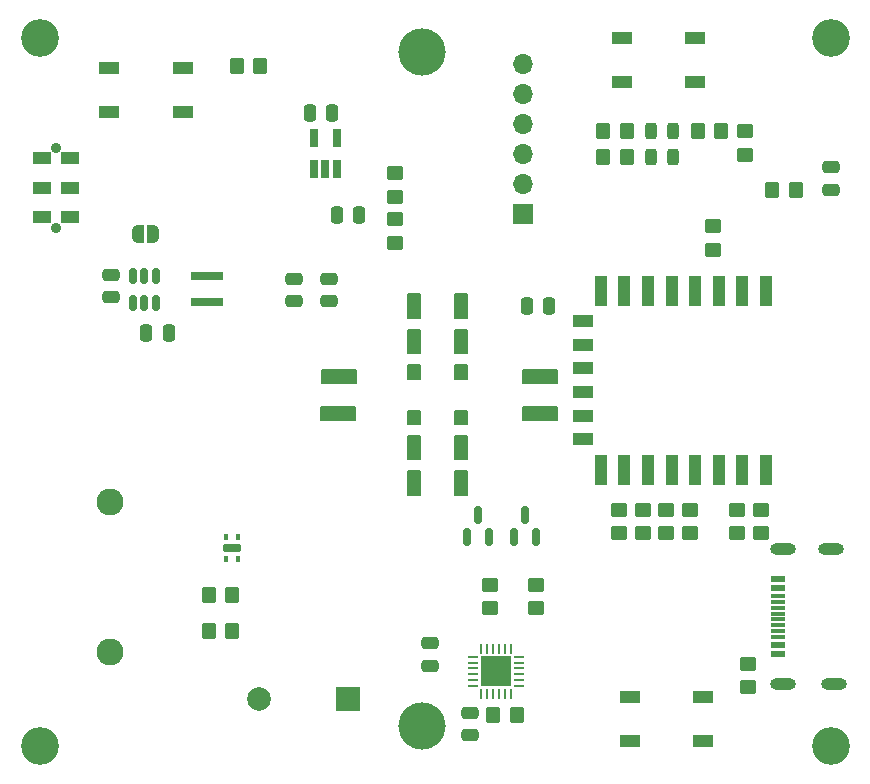
<source format=gts>
%TF.GenerationSoftware,KiCad,Pcbnew,(6.0.6)*%
%TF.CreationDate,2022-12-01T22:03:14+01:00*%
%TF.ProjectId,Arbolito,4172626f-6c69-4746-9f2e-6b696361645f,rev?*%
%TF.SameCoordinates,Original*%
%TF.FileFunction,Soldermask,Top*%
%TF.FilePolarity,Negative*%
%FSLAX46Y46*%
G04 Gerber Fmt 4.6, Leading zero omitted, Abs format (unit mm)*
G04 Created by KiCad (PCBNEW (6.0.6)) date 2022-12-01 22:03:14*
%MOMM*%
%LPD*%
G01*
G04 APERTURE LIST*
G04 Aperture macros list*
%AMRoundRect*
0 Rectangle with rounded corners*
0 $1 Rounding radius*
0 $2 $3 $4 $5 $6 $7 $8 $9 X,Y pos of 4 corners*
0 Add a 4 corners polygon primitive as box body*
4,1,4,$2,$3,$4,$5,$6,$7,$8,$9,$2,$3,0*
0 Add four circle primitives for the rounded corners*
1,1,$1+$1,$2,$3*
1,1,$1+$1,$4,$5*
1,1,$1+$1,$6,$7*
1,1,$1+$1,$8,$9*
0 Add four rect primitives between the rounded corners*
20,1,$1+$1,$2,$3,$4,$5,0*
20,1,$1+$1,$4,$5,$6,$7,0*
20,1,$1+$1,$6,$7,$8,$9,0*
20,1,$1+$1,$8,$9,$2,$3,0*%
%AMFreePoly0*
4,1,22,0.500000,-0.750000,0.000000,-0.750000,0.000000,-0.745033,-0.079941,-0.743568,-0.215256,-0.701293,-0.333266,-0.622738,-0.424486,-0.514219,-0.481581,-0.384460,-0.499164,-0.250000,-0.500000,-0.250000,-0.500000,0.250000,-0.499164,0.250000,-0.499963,0.256109,-0.478152,0.396186,-0.417904,0.524511,-0.324060,0.630769,-0.204165,0.706417,-0.067858,0.745374,0.000000,0.744959,0.000000,0.750000,
0.500000,0.750000,0.500000,-0.750000,0.500000,-0.750000,$1*%
%AMFreePoly1*
4,1,20,0.000000,0.744959,0.073905,0.744508,0.209726,0.703889,0.328688,0.626782,0.421226,0.519385,0.479903,0.390333,0.500000,0.250000,0.500000,-0.250000,0.499851,-0.262216,0.476331,-0.402017,0.414519,-0.529596,0.319384,-0.634700,0.198574,-0.708877,0.061801,-0.746166,0.000000,-0.745033,0.000000,-0.750000,-0.500000,-0.750000,-0.500000,0.750000,0.000000,0.750000,0.000000,0.744959,
0.000000,0.744959,$1*%
G04 Aperture macros list end*
%ADD10C,0.150000*%
%ADD11RoundRect,0.250000X-0.475000X0.250000X-0.475000X-0.250000X0.475000X-0.250000X0.475000X0.250000X0*%
%ADD12RoundRect,0.250000X-0.450000X0.350000X-0.450000X-0.350000X0.450000X-0.350000X0.450000X0.350000X0*%
%ADD13C,3.200000*%
%ADD14RoundRect,0.243750X0.243750X0.456250X-0.243750X0.456250X-0.243750X-0.456250X0.243750X-0.456250X0*%
%ADD15RoundRect,0.250000X0.475000X-0.250000X0.475000X0.250000X-0.475000X0.250000X-0.475000X-0.250000X0*%
%ADD16RoundRect,0.250000X0.350000X0.450000X-0.350000X0.450000X-0.350000X-0.450000X0.350000X-0.450000X0*%
%ADD17RoundRect,0.250000X0.450000X-0.350000X0.450000X0.350000X-0.450000X0.350000X-0.450000X-0.350000X0*%
%ADD18C,0.900000*%
%ADD19R,1.600000X1.000000*%
%ADD20FreePoly0,0.000000*%
%ADD21FreePoly1,0.000000*%
%ADD22RoundRect,0.150000X0.150000X-0.587500X0.150000X0.587500X-0.150000X0.587500X-0.150000X-0.587500X0*%
%ADD23R,2.700000X0.800000*%
%ADD24RoundRect,0.250000X-0.250000X-0.475000X0.250000X-0.475000X0.250000X0.475000X-0.250000X0.475000X0*%
%ADD25RoundRect,0.250000X-0.350000X-0.450000X0.350000X-0.450000X0.350000X0.450000X-0.350000X0.450000X0*%
%ADD26RoundRect,0.087500X0.087500X-0.187500X0.087500X0.187500X-0.087500X0.187500X-0.087500X-0.187500X0*%
%ADD27RoundRect,0.175000X0.625000X-0.175000X0.625000X0.175000X-0.625000X0.175000X-0.625000X-0.175000X0*%
%ADD28R,1.000000X2.500000*%
%ADD29R,1.800000X1.000000*%
%ADD30R,0.650000X1.560000*%
%ADD31RoundRect,0.062500X-0.350000X-0.062500X0.350000X-0.062500X0.350000X0.062500X-0.350000X0.062500X0*%
%ADD32RoundRect,0.062500X-0.062500X-0.350000X0.062500X-0.350000X0.062500X0.350000X-0.062500X0.350000X0*%
%ADD33R,2.600000X2.600000*%
%ADD34R,1.160000X0.600000*%
%ADD35R,1.160000X0.300000*%
%ADD36O,2.200000X1.000000*%
%ADD37R,1.800000X1.100000*%
%ADD38R,2.000000X2.000000*%
%ADD39C,2.000000*%
%ADD40R,1.700000X1.700000*%
%ADD41O,1.700000X1.700000*%
%ADD42RoundRect,0.150000X-0.150000X0.512500X-0.150000X-0.512500X0.150000X-0.512500X0.150000X0.512500X0*%
%ADD43C,2.286000*%
%ADD44C,4.000000*%
G04 APERTURE END LIST*
D10*
G36*
X144200000Y-88700000D02*
G01*
X143200000Y-88700000D01*
X143200000Y-86700000D01*
X144200000Y-86700000D01*
X144200000Y-88700000D01*
G37*
X144200000Y-88700000D02*
X143200000Y-88700000D01*
X143200000Y-86700000D01*
X144200000Y-86700000D01*
X144200000Y-88700000D01*
G36*
X144200000Y-97700000D02*
G01*
X143200000Y-97700000D01*
X143200000Y-96600000D01*
X144200000Y-96600000D01*
X144200000Y-97700000D01*
G37*
X144200000Y-97700000D02*
X143200000Y-97700000D01*
X143200000Y-96600000D01*
X144200000Y-96600000D01*
X144200000Y-97700000D01*
G36*
X140200000Y-100700000D02*
G01*
X139200000Y-100700000D01*
X139200000Y-98700000D01*
X140200000Y-98700000D01*
X140200000Y-100700000D01*
G37*
X140200000Y-100700000D02*
X139200000Y-100700000D01*
X139200000Y-98700000D01*
X140200000Y-98700000D01*
X140200000Y-100700000D01*
G36*
X140198783Y-93898759D02*
G01*
X139198783Y-93898759D01*
X139198783Y-92698759D01*
X140198783Y-92698759D01*
X140198783Y-93898759D01*
G37*
X140198783Y-93898759D02*
X139198783Y-93898759D01*
X139198783Y-92698759D01*
X140198783Y-92698759D01*
X140198783Y-93898759D01*
G36*
X151800000Y-97400000D02*
G01*
X148900000Y-97400000D01*
X148900000Y-96300000D01*
X151800000Y-96300000D01*
X151800000Y-97400000D01*
G37*
X151800000Y-97400000D02*
X148900000Y-97400000D01*
X148900000Y-96300000D01*
X151800000Y-96300000D01*
X151800000Y-97400000D01*
G36*
X140200000Y-91700000D02*
G01*
X139200000Y-91700000D01*
X139200000Y-89700000D01*
X140200000Y-89700000D01*
X140200000Y-91700000D01*
G37*
X140200000Y-91700000D02*
X139200000Y-91700000D01*
X139200000Y-89700000D01*
X140200000Y-89700000D01*
X140200000Y-91700000D01*
G36*
X151800000Y-94200000D02*
G01*
X148900000Y-94200000D01*
X148900000Y-93100000D01*
X151800000Y-93100000D01*
X151800000Y-94200000D01*
G37*
X151800000Y-94200000D02*
X148900000Y-94200000D01*
X148900000Y-93100000D01*
X151800000Y-93100000D01*
X151800000Y-94200000D01*
G36*
X144200000Y-93900000D02*
G01*
X143200000Y-93900000D01*
X143200000Y-92700000D01*
X144200000Y-92700000D01*
X144200000Y-93900000D01*
G37*
X144200000Y-93900000D02*
X143200000Y-93900000D01*
X143200000Y-92700000D01*
X144200000Y-92700000D01*
X144200000Y-93900000D01*
G36*
X144200000Y-100700000D02*
G01*
X143200000Y-100700000D01*
X143200000Y-98700000D01*
X144200000Y-98700000D01*
X144200000Y-100700000D01*
G37*
X144200000Y-100700000D02*
X143200000Y-100700000D01*
X143200000Y-98700000D01*
X144200000Y-98700000D01*
X144200000Y-100700000D01*
G36*
X144200000Y-91700000D02*
G01*
X143200000Y-91700000D01*
X143200000Y-89700000D01*
X144200000Y-89700000D01*
X144200000Y-91700000D01*
G37*
X144200000Y-91700000D02*
X143200000Y-91700000D01*
X143200000Y-89700000D01*
X144200000Y-89700000D01*
X144200000Y-91700000D01*
G36*
X144200000Y-103700000D02*
G01*
X143200000Y-103700000D01*
X143200000Y-101700000D01*
X144200000Y-101700000D01*
X144200000Y-103700000D01*
G37*
X144200000Y-103700000D02*
X143200000Y-103700000D01*
X143200000Y-101700000D01*
X144200000Y-101700000D01*
X144200000Y-103700000D01*
G36*
X140200000Y-97700000D02*
G01*
X139200000Y-97700000D01*
X139200000Y-96600000D01*
X140200000Y-96600000D01*
X140200000Y-97700000D01*
G37*
X140200000Y-97700000D02*
X139200000Y-97700000D01*
X139200000Y-96600000D01*
X140200000Y-96600000D01*
X140200000Y-97700000D01*
G36*
X140200000Y-103700000D02*
G01*
X139200000Y-103700000D01*
X139200000Y-101700000D01*
X140200000Y-101700000D01*
X140200000Y-103700000D01*
G37*
X140200000Y-103700000D02*
X139200000Y-103700000D01*
X139200000Y-101700000D01*
X140200000Y-101700000D01*
X140200000Y-103700000D01*
G36*
X140200000Y-88700000D02*
G01*
X139200000Y-88700000D01*
X139200000Y-86700000D01*
X140200000Y-86700000D01*
X140200000Y-88700000D01*
G37*
X140200000Y-88700000D02*
X139200000Y-88700000D01*
X139200000Y-86700000D01*
X140200000Y-86700000D01*
X140200000Y-88700000D01*
G36*
X134800000Y-94200000D02*
G01*
X131900000Y-94200000D01*
X131900000Y-93100000D01*
X134800000Y-93100000D01*
X134800000Y-94200000D01*
G37*
X134800000Y-94200000D02*
X131900000Y-94200000D01*
X131900000Y-93100000D01*
X134800000Y-93100000D01*
X134800000Y-94200000D01*
G36*
X134700000Y-97400000D02*
G01*
X131800000Y-97400000D01*
X131800000Y-96300000D01*
X134700000Y-96300000D01*
X134700000Y-97400000D01*
G37*
X134700000Y-97400000D02*
X131800000Y-97400000D01*
X131800000Y-96300000D01*
X134700000Y-96300000D01*
X134700000Y-97400000D01*
D11*
%TO.C,C7*%
X132540000Y-85410000D03*
X132540000Y-87310000D03*
%TD*%
D12*
%TO.C,R21*%
X138110000Y-76470000D03*
X138110000Y-78470000D03*
%TD*%
D11*
%TO.C,C4*%
X144440000Y-122140000D03*
X144440000Y-124040000D03*
%TD*%
D13*
%TO.C,H3*%
X175000000Y-125000000D03*
%TD*%
D14*
%TO.C,D2*%
X161637500Y-72900000D03*
X159762500Y-72900000D03*
%TD*%
D11*
%TO.C,C3*%
X114040000Y-85060000D03*
X114040000Y-86960000D03*
%TD*%
D15*
%TO.C,C5*%
X141090000Y-118160000D03*
X141090000Y-116260000D03*
%TD*%
D16*
%TO.C,R2*%
X148420000Y-122360000D03*
X146420000Y-122360000D03*
%TD*%
%TO.C,R15*%
X157700000Y-72900000D03*
X155700000Y-72900000D03*
%TD*%
D14*
%TO.C,D1*%
X161637500Y-75100000D03*
X159762500Y-75100000D03*
%TD*%
D11*
%TO.C,C9*%
X129540000Y-85410000D03*
X129540000Y-87310000D03*
%TD*%
D12*
%TO.C,R1*%
X168000000Y-118000000D03*
X168000000Y-120000000D03*
%TD*%
D17*
%TO.C,R8*%
X159046000Y-106970000D03*
X159046000Y-104970000D03*
%TD*%
D18*
%TO.C,SW1*%
X109400000Y-74300000D03*
X109400000Y-81100000D03*
D19*
X108200000Y-80200000D03*
X110600000Y-80200000D03*
X108200000Y-77700000D03*
X110600000Y-77700000D03*
X108200000Y-75200000D03*
X110600000Y-75200000D03*
%TD*%
D20*
%TO.C,JP1*%
X116310000Y-81630000D03*
D21*
X117610000Y-81630000D03*
%TD*%
D22*
%TO.C,Q1*%
X144146000Y-107257500D03*
X146046000Y-107257500D03*
X145096000Y-105382500D03*
%TD*%
D23*
%TO.C,L1*%
X122200000Y-87400000D03*
X122200000Y-85200000D03*
%TD*%
D24*
%TO.C,C1*%
X133150000Y-80000000D03*
X135050000Y-80000000D03*
%TD*%
D16*
%TO.C,R14*%
X124300000Y-112200000D03*
X122300000Y-112200000D03*
%TD*%
D13*
%TO.C,H2*%
X175000000Y-65000000D03*
%TD*%
D17*
%TO.C,R18*%
X157046000Y-106970000D03*
X157046000Y-104970000D03*
%TD*%
D25*
%TO.C,R10*%
X170000000Y-77900000D03*
X172000000Y-77900000D03*
%TD*%
D17*
%TO.C,R7*%
X163046000Y-106970000D03*
X163046000Y-104970000D03*
%TD*%
D16*
%TO.C,R16*%
X165700000Y-72900000D03*
X163700000Y-72900000D03*
%TD*%
D12*
%TO.C,R6*%
X146096000Y-111320000D03*
X146096000Y-113320000D03*
%TD*%
D16*
%TO.C,R3*%
X157700000Y-75100000D03*
X155700000Y-75100000D03*
%TD*%
D12*
%TO.C,R20*%
X138090000Y-80380000D03*
X138090000Y-82380000D03*
%TD*%
D17*
%TO.C,R13*%
X161046000Y-106970000D03*
X161046000Y-104970000D03*
%TD*%
D26*
%TO.C,U5*%
X123800000Y-109125000D03*
X124800000Y-109125000D03*
X124800000Y-107275000D03*
X123800000Y-107275000D03*
D27*
X124300000Y-108200000D03*
%TD*%
D28*
%TO.C,U4*%
X169500000Y-86400000D03*
X167500000Y-86400000D03*
X165500000Y-86400000D03*
X163500000Y-86400000D03*
X161500000Y-86400000D03*
X159500000Y-86400000D03*
X157500000Y-86400000D03*
X155500000Y-86400000D03*
D29*
X154000000Y-89000000D03*
X154000000Y-91000000D03*
X154000000Y-93000000D03*
X154000000Y-95000000D03*
X154000000Y-97000000D03*
X154000000Y-99000000D03*
D28*
X155500000Y-101600000D03*
X157500000Y-101600000D03*
X159500000Y-101600000D03*
X161500000Y-101600000D03*
X163500000Y-101600000D03*
X165500000Y-101600000D03*
X167500000Y-101600000D03*
X169500000Y-101600000D03*
%TD*%
D15*
%TO.C,C10*%
X175000000Y-77850000D03*
X175000000Y-75950000D03*
%TD*%
D30*
%TO.C,U1*%
X131250000Y-76150000D03*
X132200000Y-76150000D03*
X133150000Y-76150000D03*
X133150000Y-73450000D03*
X131250000Y-73450000D03*
%TD*%
D12*
%TO.C,R11*%
X169046000Y-104970000D03*
X169046000Y-106970000D03*
%TD*%
D31*
%TO.C,U2*%
X144712500Y-117400000D03*
X144712500Y-117900000D03*
X144712500Y-118400000D03*
X144712500Y-118900000D03*
X144712500Y-119400000D03*
X144712500Y-119900000D03*
D32*
X145400000Y-120587500D03*
X145900000Y-120587500D03*
X146400000Y-120587500D03*
X146900000Y-120587500D03*
X147400000Y-120587500D03*
X147900000Y-120587500D03*
D31*
X148587500Y-119900000D03*
X148587500Y-119400000D03*
X148587500Y-118900000D03*
X148587500Y-118400000D03*
X148587500Y-117900000D03*
X148587500Y-117400000D03*
D32*
X147900000Y-116712500D03*
X147400000Y-116712500D03*
X146900000Y-116712500D03*
X146400000Y-116712500D03*
X145900000Y-116712500D03*
X145400000Y-116712500D03*
D33*
X146650000Y-118650000D03*
%TD*%
D16*
%TO.C,R4*%
X126700000Y-67400000D03*
X124700000Y-67400000D03*
%TD*%
%TO.C,R17*%
X124300000Y-115200000D03*
X122300000Y-115200000D03*
%TD*%
D34*
%TO.C,P1*%
X170490000Y-117200000D03*
X170490000Y-116400000D03*
D35*
X170490000Y-115250000D03*
X170490000Y-114250000D03*
X170490000Y-113750000D03*
X170490000Y-112750000D03*
D34*
X170490000Y-111600000D03*
X170490000Y-110800000D03*
X170490000Y-110800000D03*
X170490000Y-111600000D03*
D35*
X170490000Y-112250000D03*
X170490000Y-113250000D03*
X170490000Y-114750000D03*
X170490000Y-115750000D03*
D34*
X170490000Y-116400000D03*
X170490000Y-117200000D03*
D36*
X175032000Y-108275019D03*
X170964308Y-108285000D03*
X170964308Y-119732365D03*
X175240000Y-119715000D03*
%TD*%
D13*
%TO.C,H4*%
X108000000Y-65000000D03*
%TD*%
D37*
%TO.C,SW2*%
X113900000Y-67550000D03*
X120100000Y-67550000D03*
X120100000Y-71250000D03*
X113900000Y-71250000D03*
%TD*%
D38*
%TO.C,BZ1*%
X134150000Y-121000000D03*
D39*
X126550000Y-121000000D03*
%TD*%
D24*
%TO.C,C8*%
X149250000Y-87700000D03*
X151150000Y-87700000D03*
%TD*%
D12*
%TO.C,R9*%
X165046000Y-80970000D03*
X165046000Y-82970000D03*
%TD*%
D40*
%TO.C,J2*%
X148900000Y-79900000D03*
D41*
X148900000Y-77360000D03*
X148900000Y-74820000D03*
X148900000Y-72280000D03*
X148900000Y-69740000D03*
X148900000Y-67200000D03*
%TD*%
D37*
%TO.C,SW3*%
X164200000Y-120850000D03*
X158000000Y-120850000D03*
X158000000Y-124550000D03*
X164200000Y-124550000D03*
%TD*%
D12*
%TO.C,R19*%
X167700000Y-72900000D03*
X167700000Y-74900000D03*
%TD*%
%TO.C,R12*%
X167046000Y-104970000D03*
X167046000Y-106970000D03*
%TD*%
D13*
%TO.C,H1*%
X108000000Y-125000000D03*
%TD*%
D24*
%TO.C,C6*%
X117040000Y-90010000D03*
X118940000Y-90010000D03*
%TD*%
D42*
%TO.C,U3*%
X117816000Y-85162500D03*
X116866000Y-85162500D03*
X115916000Y-85162500D03*
X115916000Y-87437500D03*
X116866000Y-87437500D03*
X117816000Y-87437500D03*
%TD*%
D24*
%TO.C,C2*%
X130850000Y-71400000D03*
X132750000Y-71400000D03*
%TD*%
D12*
%TO.C,R5*%
X150000000Y-111320000D03*
X150000000Y-113320000D03*
%TD*%
D37*
%TO.C,SW4*%
X163500000Y-65050000D03*
X157300000Y-65050000D03*
X163500000Y-68750000D03*
X157300000Y-68750000D03*
%TD*%
D22*
%TO.C,Q2*%
X148146000Y-107257500D03*
X150046000Y-107257500D03*
X149096000Y-105382500D03*
%TD*%
D43*
%TO.C,J1*%
X114000000Y-104300000D03*
X114000000Y-117000000D03*
D44*
X140400000Y-123300000D03*
X140400000Y-66200000D03*
%TD*%
M02*

</source>
